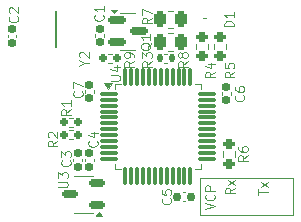
<source format=gbr>
%TF.GenerationSoftware,KiCad,Pcbnew,8.0.7*%
%TF.CreationDate,2025-01-03T12:22:39+02:00*%
%TF.ProjectId,debugger,64656275-6767-4657-922e-6b696361645f,rev?*%
%TF.SameCoordinates,Original*%
%TF.FileFunction,Legend,Top*%
%TF.FilePolarity,Positive*%
%FSLAX46Y46*%
G04 Gerber Fmt 4.6, Leading zero omitted, Abs format (unit mm)*
G04 Created by KiCad (PCBNEW 8.0.7) date 2025-01-03 12:22:39*
%MOMM*%
%LPD*%
G01*
G04 APERTURE LIST*
G04 Aperture macros list*
%AMRoundRect*
0 Rectangle with rounded corners*
0 $1 Rounding radius*
0 $2 $3 $4 $5 $6 $7 $8 $9 X,Y pos of 4 corners*
0 Add a 4 corners polygon primitive as box body*
4,1,4,$2,$3,$4,$5,$6,$7,$8,$9,$2,$3,0*
0 Add four circle primitives for the rounded corners*
1,1,$1+$1,$2,$3*
1,1,$1+$1,$4,$5*
1,1,$1+$1,$6,$7*
1,1,$1+$1,$8,$9*
0 Add four rect primitives between the rounded corners*
20,1,$1+$1,$2,$3,$4,$5,0*
20,1,$1+$1,$4,$5,$6,$7,0*
20,1,$1+$1,$6,$7,$8,$9,0*
20,1,$1+$1,$8,$9,$2,$3,0*%
G04 Aperture macros list end*
%ADD10C,0.100000*%
%ADD11C,0.120000*%
%ADD12C,0.200000*%
%ADD13RoundRect,0.155000X-0.155000X0.212500X-0.155000X-0.212500X0.155000X-0.212500X0.155000X0.212500X0*%
%ADD14RoundRect,0.155000X0.155000X-0.212500X0.155000X0.212500X-0.155000X0.212500X-0.155000X-0.212500X0*%
%ADD15RoundRect,0.150000X0.512500X0.150000X-0.512500X0.150000X-0.512500X-0.150000X0.512500X-0.150000X0*%
%ADD16RoundRect,0.200000X-0.275000X0.200000X-0.275000X-0.200000X0.275000X-0.200000X0.275000X0.200000X0*%
%ADD17RoundRect,0.075000X-0.662500X-0.075000X0.662500X-0.075000X0.662500X0.075000X-0.662500X0.075000X0*%
%ADD18RoundRect,0.075000X-0.075000X-0.662500X0.075000X-0.662500X0.075000X0.662500X-0.075000X0.662500X0*%
%ADD19RoundRect,0.200000X0.275000X-0.200000X0.275000X0.200000X-0.275000X0.200000X-0.275000X-0.200000X0*%
%ADD20RoundRect,0.150000X-0.587500X-0.150000X0.587500X-0.150000X0.587500X0.150000X-0.587500X0.150000X0*%
%ADD21RoundRect,0.160000X-0.197500X-0.160000X0.197500X-0.160000X0.197500X0.160000X-0.197500X0.160000X0*%
%ADD22RoundRect,0.160000X0.197500X0.160000X-0.197500X0.160000X-0.197500X-0.160000X0.197500X-0.160000X0*%
%ADD23R,0.450000X0.650000*%
%ADD24RoundRect,0.250000X-0.262500X-0.450000X0.262500X-0.450000X0.262500X0.450000X-0.262500X0.450000X0*%
%ADD25RoundRect,0.135000X-0.135000X-0.185000X0.135000X-0.185000X0.135000X0.185000X-0.135000X0.185000X0*%
%ADD26RoundRect,0.155000X0.212500X0.155000X-0.212500X0.155000X-0.212500X-0.155000X0.212500X-0.155000X0*%
%ADD27RoundRect,0.250000X0.262500X0.450000X-0.262500X0.450000X-0.262500X-0.450000X0.262500X-0.450000X0*%
%ADD28R,2.250000X3.400000*%
%ADD29O,1.700000X1.700000*%
%ADD30R,1.700000X1.700000*%
%ADD31C,1.200000*%
G04 APERTURE END LIST*
D10*
X153797000Y-114782000D02*
X161697000Y-114782000D01*
X161697000Y-117882000D01*
X153797000Y-117882000D01*
X153797000Y-114782000D01*
X156741895Y-115618591D02*
X156360942Y-115885258D01*
X156741895Y-116075734D02*
X155941895Y-116075734D01*
X155941895Y-116075734D02*
X155941895Y-115770972D01*
X155941895Y-115770972D02*
X155979990Y-115694782D01*
X155979990Y-115694782D02*
X156018085Y-115656687D01*
X156018085Y-115656687D02*
X156094276Y-115618591D01*
X156094276Y-115618591D02*
X156208561Y-115618591D01*
X156208561Y-115618591D02*
X156284752Y-115656687D01*
X156284752Y-115656687D02*
X156322847Y-115694782D01*
X156322847Y-115694782D02*
X156360942Y-115770972D01*
X156360942Y-115770972D02*
X156360942Y-116075734D01*
X156741895Y-115351925D02*
X156208561Y-114932877D01*
X156208561Y-115351925D02*
X156741895Y-114932877D01*
X154260895Y-117434020D02*
X155060895Y-117167353D01*
X155060895Y-117167353D02*
X154260895Y-116900687D01*
X154984704Y-116176877D02*
X155022800Y-116214973D01*
X155022800Y-116214973D02*
X155060895Y-116329258D01*
X155060895Y-116329258D02*
X155060895Y-116405449D01*
X155060895Y-116405449D02*
X155022800Y-116519735D01*
X155022800Y-116519735D02*
X154946609Y-116595925D01*
X154946609Y-116595925D02*
X154870419Y-116634020D01*
X154870419Y-116634020D02*
X154718038Y-116672116D01*
X154718038Y-116672116D02*
X154603752Y-116672116D01*
X154603752Y-116672116D02*
X154451371Y-116634020D01*
X154451371Y-116634020D02*
X154375180Y-116595925D01*
X154375180Y-116595925D02*
X154298990Y-116519735D01*
X154298990Y-116519735D02*
X154260895Y-116405449D01*
X154260895Y-116405449D02*
X154260895Y-116329258D01*
X154260895Y-116329258D02*
X154298990Y-116214973D01*
X154298990Y-116214973D02*
X154337085Y-116176877D01*
X155060895Y-115834020D02*
X154260895Y-115834020D01*
X154260895Y-115834020D02*
X154260895Y-115529258D01*
X154260895Y-115529258D02*
X154298990Y-115453068D01*
X154298990Y-115453068D02*
X154337085Y-115414973D01*
X154337085Y-115414973D02*
X154413276Y-115376877D01*
X154413276Y-115376877D02*
X154527561Y-115376877D01*
X154527561Y-115376877D02*
X154603752Y-115414973D01*
X154603752Y-115414973D02*
X154641847Y-115453068D01*
X154641847Y-115453068D02*
X154679942Y-115529258D01*
X154679942Y-115529258D02*
X154679942Y-115834020D01*
X158735895Y-116190020D02*
X158735895Y-115732877D01*
X159535895Y-115961449D02*
X158735895Y-115961449D01*
X159535895Y-115542401D02*
X159002561Y-115123353D01*
X159002561Y-115542401D02*
X159535895Y-115123353D01*
X138337704Y-101098332D02*
X138375800Y-101136428D01*
X138375800Y-101136428D02*
X138413895Y-101250713D01*
X138413895Y-101250713D02*
X138413895Y-101326904D01*
X138413895Y-101326904D02*
X138375800Y-101441190D01*
X138375800Y-101441190D02*
X138299609Y-101517380D01*
X138299609Y-101517380D02*
X138223419Y-101555475D01*
X138223419Y-101555475D02*
X138071038Y-101593571D01*
X138071038Y-101593571D02*
X137956752Y-101593571D01*
X137956752Y-101593571D02*
X137804371Y-101555475D01*
X137804371Y-101555475D02*
X137728180Y-101517380D01*
X137728180Y-101517380D02*
X137651990Y-101441190D01*
X137651990Y-101441190D02*
X137613895Y-101326904D01*
X137613895Y-101326904D02*
X137613895Y-101250713D01*
X137613895Y-101250713D02*
X137651990Y-101136428D01*
X137651990Y-101136428D02*
X137690085Y-101098332D01*
X137690085Y-100793571D02*
X137651990Y-100755475D01*
X137651990Y-100755475D02*
X137613895Y-100679285D01*
X137613895Y-100679285D02*
X137613895Y-100488809D01*
X137613895Y-100488809D02*
X137651990Y-100412618D01*
X137651990Y-100412618D02*
X137690085Y-100374523D01*
X137690085Y-100374523D02*
X137766276Y-100336428D01*
X137766276Y-100336428D02*
X137842466Y-100336428D01*
X137842466Y-100336428D02*
X137956752Y-100374523D01*
X137956752Y-100374523D02*
X138413895Y-100831666D01*
X138413895Y-100831666D02*
X138413895Y-100336428D01*
X142782704Y-113290332D02*
X142820800Y-113328428D01*
X142820800Y-113328428D02*
X142858895Y-113442713D01*
X142858895Y-113442713D02*
X142858895Y-113518904D01*
X142858895Y-113518904D02*
X142820800Y-113633190D01*
X142820800Y-113633190D02*
X142744609Y-113709380D01*
X142744609Y-113709380D02*
X142668419Y-113747475D01*
X142668419Y-113747475D02*
X142516038Y-113785571D01*
X142516038Y-113785571D02*
X142401752Y-113785571D01*
X142401752Y-113785571D02*
X142249371Y-113747475D01*
X142249371Y-113747475D02*
X142173180Y-113709380D01*
X142173180Y-113709380D02*
X142096990Y-113633190D01*
X142096990Y-113633190D02*
X142058895Y-113518904D01*
X142058895Y-113518904D02*
X142058895Y-113442713D01*
X142058895Y-113442713D02*
X142096990Y-113328428D01*
X142096990Y-113328428D02*
X142135085Y-113290332D01*
X142058895Y-113023666D02*
X142058895Y-112528428D01*
X142058895Y-112528428D02*
X142363657Y-112795094D01*
X142363657Y-112795094D02*
X142363657Y-112680809D01*
X142363657Y-112680809D02*
X142401752Y-112604618D01*
X142401752Y-112604618D02*
X142439847Y-112566523D01*
X142439847Y-112566523D02*
X142516038Y-112528428D01*
X142516038Y-112528428D02*
X142706514Y-112528428D01*
X142706514Y-112528428D02*
X142782704Y-112566523D01*
X142782704Y-112566523D02*
X142820800Y-112604618D01*
X142820800Y-112604618D02*
X142858895Y-112680809D01*
X142858895Y-112680809D02*
X142858895Y-112909380D01*
X142858895Y-112909380D02*
X142820800Y-112985571D01*
X142820800Y-112985571D02*
X142782704Y-113023666D01*
X141804895Y-115544523D02*
X142452514Y-115544523D01*
X142452514Y-115544523D02*
X142528704Y-115506428D01*
X142528704Y-115506428D02*
X142566800Y-115468333D01*
X142566800Y-115468333D02*
X142604895Y-115392142D01*
X142604895Y-115392142D02*
X142604895Y-115239761D01*
X142604895Y-115239761D02*
X142566800Y-115163571D01*
X142566800Y-115163571D02*
X142528704Y-115125476D01*
X142528704Y-115125476D02*
X142452514Y-115087380D01*
X142452514Y-115087380D02*
X141804895Y-115087380D01*
X141804895Y-114782619D02*
X141804895Y-114287381D01*
X141804895Y-114287381D02*
X142109657Y-114554047D01*
X142109657Y-114554047D02*
X142109657Y-114439762D01*
X142109657Y-114439762D02*
X142147752Y-114363571D01*
X142147752Y-114363571D02*
X142185847Y-114325476D01*
X142185847Y-114325476D02*
X142262038Y-114287381D01*
X142262038Y-114287381D02*
X142452514Y-114287381D01*
X142452514Y-114287381D02*
X142528704Y-114325476D01*
X142528704Y-114325476D02*
X142566800Y-114363571D01*
X142566800Y-114363571D02*
X142604895Y-114439762D01*
X142604895Y-114439762D02*
X142604895Y-114668333D01*
X142604895Y-114668333D02*
X142566800Y-114744524D01*
X142566800Y-114744524D02*
X142528704Y-114782619D01*
X155050895Y-105797332D02*
X154669942Y-106063999D01*
X155050895Y-106254475D02*
X154250895Y-106254475D01*
X154250895Y-106254475D02*
X154250895Y-105949713D01*
X154250895Y-105949713D02*
X154288990Y-105873523D01*
X154288990Y-105873523D02*
X154327085Y-105835428D01*
X154327085Y-105835428D02*
X154403276Y-105797332D01*
X154403276Y-105797332D02*
X154517561Y-105797332D01*
X154517561Y-105797332D02*
X154593752Y-105835428D01*
X154593752Y-105835428D02*
X154631847Y-105873523D01*
X154631847Y-105873523D02*
X154669942Y-105949713D01*
X154669942Y-105949713D02*
X154669942Y-106254475D01*
X154517561Y-105111618D02*
X155050895Y-105111618D01*
X154212800Y-105302094D02*
X154784228Y-105492571D01*
X154784228Y-105492571D02*
X154784228Y-104997332D01*
X146249895Y-106527523D02*
X146897514Y-106527523D01*
X146897514Y-106527523D02*
X146973704Y-106489428D01*
X146973704Y-106489428D02*
X147011800Y-106451333D01*
X147011800Y-106451333D02*
X147049895Y-106375142D01*
X147049895Y-106375142D02*
X147049895Y-106222761D01*
X147049895Y-106222761D02*
X147011800Y-106146571D01*
X147011800Y-106146571D02*
X146973704Y-106108476D01*
X146973704Y-106108476D02*
X146897514Y-106070380D01*
X146897514Y-106070380D02*
X146249895Y-106070380D01*
X146516561Y-105346571D02*
X147049895Y-105346571D01*
X146211800Y-105537047D02*
X146783228Y-105727524D01*
X146783228Y-105727524D02*
X146783228Y-105232285D01*
X143798704Y-107448332D02*
X143836800Y-107486428D01*
X143836800Y-107486428D02*
X143874895Y-107600713D01*
X143874895Y-107600713D02*
X143874895Y-107676904D01*
X143874895Y-107676904D02*
X143836800Y-107791190D01*
X143836800Y-107791190D02*
X143760609Y-107867380D01*
X143760609Y-107867380D02*
X143684419Y-107905475D01*
X143684419Y-107905475D02*
X143532038Y-107943571D01*
X143532038Y-107943571D02*
X143417752Y-107943571D01*
X143417752Y-107943571D02*
X143265371Y-107905475D01*
X143265371Y-107905475D02*
X143189180Y-107867380D01*
X143189180Y-107867380D02*
X143112990Y-107791190D01*
X143112990Y-107791190D02*
X143074895Y-107676904D01*
X143074895Y-107676904D02*
X143074895Y-107600713D01*
X143074895Y-107600713D02*
X143112990Y-107486428D01*
X143112990Y-107486428D02*
X143151085Y-107448332D01*
X143074895Y-107181666D02*
X143074895Y-106648332D01*
X143074895Y-106648332D02*
X143874895Y-106991190D01*
X157498704Y-107765832D02*
X157536800Y-107803928D01*
X157536800Y-107803928D02*
X157574895Y-107918213D01*
X157574895Y-107918213D02*
X157574895Y-107994404D01*
X157574895Y-107994404D02*
X157536800Y-108108690D01*
X157536800Y-108108690D02*
X157460609Y-108184880D01*
X157460609Y-108184880D02*
X157384419Y-108222975D01*
X157384419Y-108222975D02*
X157232038Y-108261071D01*
X157232038Y-108261071D02*
X157117752Y-108261071D01*
X157117752Y-108261071D02*
X156965371Y-108222975D01*
X156965371Y-108222975D02*
X156889180Y-108184880D01*
X156889180Y-108184880D02*
X156812990Y-108108690D01*
X156812990Y-108108690D02*
X156774895Y-107994404D01*
X156774895Y-107994404D02*
X156774895Y-107918213D01*
X156774895Y-107918213D02*
X156812990Y-107803928D01*
X156812990Y-107803928D02*
X156851085Y-107765832D01*
X156774895Y-107080118D02*
X156774895Y-107232499D01*
X156774895Y-107232499D02*
X156812990Y-107308690D01*
X156812990Y-107308690D02*
X156851085Y-107346785D01*
X156851085Y-107346785D02*
X156965371Y-107422975D01*
X156965371Y-107422975D02*
X157117752Y-107461071D01*
X157117752Y-107461071D02*
X157422514Y-107461071D01*
X157422514Y-107461071D02*
X157498704Y-107422975D01*
X157498704Y-107422975D02*
X157536800Y-107384880D01*
X157536800Y-107384880D02*
X157574895Y-107308690D01*
X157574895Y-107308690D02*
X157574895Y-107156309D01*
X157574895Y-107156309D02*
X157536800Y-107080118D01*
X157536800Y-107080118D02*
X157498704Y-107042023D01*
X157498704Y-107042023D02*
X157422514Y-107003928D01*
X157422514Y-107003928D02*
X157232038Y-107003928D01*
X157232038Y-107003928D02*
X157155847Y-107042023D01*
X157155847Y-107042023D02*
X157117752Y-107080118D01*
X157117752Y-107080118D02*
X157079657Y-107156309D01*
X157079657Y-107156309D02*
X157079657Y-107308690D01*
X157079657Y-107308690D02*
X157117752Y-107384880D01*
X157117752Y-107384880D02*
X157155847Y-107422975D01*
X157155847Y-107422975D02*
X157232038Y-107461071D01*
X156701895Y-105797332D02*
X156320942Y-106063999D01*
X156701895Y-106254475D02*
X155901895Y-106254475D01*
X155901895Y-106254475D02*
X155901895Y-105949713D01*
X155901895Y-105949713D02*
X155939990Y-105873523D01*
X155939990Y-105873523D02*
X155978085Y-105835428D01*
X155978085Y-105835428D02*
X156054276Y-105797332D01*
X156054276Y-105797332D02*
X156168561Y-105797332D01*
X156168561Y-105797332D02*
X156244752Y-105835428D01*
X156244752Y-105835428D02*
X156282847Y-105873523D01*
X156282847Y-105873523D02*
X156320942Y-105949713D01*
X156320942Y-105949713D02*
X156320942Y-106254475D01*
X155901895Y-105073523D02*
X155901895Y-105454475D01*
X155901895Y-105454475D02*
X156282847Y-105492571D01*
X156282847Y-105492571D02*
X156244752Y-105454475D01*
X156244752Y-105454475D02*
X156206657Y-105378285D01*
X156206657Y-105378285D02*
X156206657Y-105187809D01*
X156206657Y-105187809D02*
X156244752Y-105111618D01*
X156244752Y-105111618D02*
X156282847Y-105073523D01*
X156282847Y-105073523D02*
X156359038Y-105035428D01*
X156359038Y-105035428D02*
X156549514Y-105035428D01*
X156549514Y-105035428D02*
X156625704Y-105073523D01*
X156625704Y-105073523D02*
X156663800Y-105111618D01*
X156663800Y-105111618D02*
X156701895Y-105187809D01*
X156701895Y-105187809D02*
X156701895Y-105378285D01*
X156701895Y-105378285D02*
X156663800Y-105454475D01*
X156663800Y-105454475D02*
X156625704Y-105492571D01*
X149666085Y-103327190D02*
X149627990Y-103403380D01*
X149627990Y-103403380D02*
X149551800Y-103479571D01*
X149551800Y-103479571D02*
X149437514Y-103593857D01*
X149437514Y-103593857D02*
X149399419Y-103670047D01*
X149399419Y-103670047D02*
X149399419Y-103746238D01*
X149589895Y-103708142D02*
X149551800Y-103784333D01*
X149551800Y-103784333D02*
X149475609Y-103860523D01*
X149475609Y-103860523D02*
X149323228Y-103898619D01*
X149323228Y-103898619D02*
X149056561Y-103898619D01*
X149056561Y-103898619D02*
X148904180Y-103860523D01*
X148904180Y-103860523D02*
X148827990Y-103784333D01*
X148827990Y-103784333D02*
X148789895Y-103708142D01*
X148789895Y-103708142D02*
X148789895Y-103555761D01*
X148789895Y-103555761D02*
X148827990Y-103479571D01*
X148827990Y-103479571D02*
X148904180Y-103403380D01*
X148904180Y-103403380D02*
X149056561Y-103365285D01*
X149056561Y-103365285D02*
X149323228Y-103365285D01*
X149323228Y-103365285D02*
X149475609Y-103403380D01*
X149475609Y-103403380D02*
X149551800Y-103479571D01*
X149551800Y-103479571D02*
X149589895Y-103555761D01*
X149589895Y-103555761D02*
X149589895Y-103708142D01*
X149589895Y-102603381D02*
X149589895Y-103060524D01*
X149589895Y-102831952D02*
X148789895Y-102831952D01*
X148789895Y-102831952D02*
X148904180Y-102908143D01*
X148904180Y-102908143D02*
X148980371Y-102984333D01*
X148980371Y-102984333D02*
X149018466Y-103060524D01*
X142858895Y-108972332D02*
X142477942Y-109238999D01*
X142858895Y-109429475D02*
X142058895Y-109429475D01*
X142058895Y-109429475D02*
X142058895Y-109124713D01*
X142058895Y-109124713D02*
X142096990Y-109048523D01*
X142096990Y-109048523D02*
X142135085Y-109010428D01*
X142135085Y-109010428D02*
X142211276Y-108972332D01*
X142211276Y-108972332D02*
X142325561Y-108972332D01*
X142325561Y-108972332D02*
X142401752Y-109010428D01*
X142401752Y-109010428D02*
X142439847Y-109048523D01*
X142439847Y-109048523D02*
X142477942Y-109124713D01*
X142477942Y-109124713D02*
X142477942Y-109429475D01*
X142858895Y-108210428D02*
X142858895Y-108667571D01*
X142858895Y-108438999D02*
X142058895Y-108438999D01*
X142058895Y-108438999D02*
X142173180Y-108515190D01*
X142173180Y-108515190D02*
X142249371Y-108591380D01*
X142249371Y-108591380D02*
X142287466Y-108667571D01*
X148192895Y-104883332D02*
X147811942Y-105149999D01*
X148192895Y-105340475D02*
X147392895Y-105340475D01*
X147392895Y-105340475D02*
X147392895Y-105035713D01*
X147392895Y-105035713D02*
X147430990Y-104959523D01*
X147430990Y-104959523D02*
X147469085Y-104921428D01*
X147469085Y-104921428D02*
X147545276Y-104883332D01*
X147545276Y-104883332D02*
X147659561Y-104883332D01*
X147659561Y-104883332D02*
X147735752Y-104921428D01*
X147735752Y-104921428D02*
X147773847Y-104959523D01*
X147773847Y-104959523D02*
X147811942Y-105035713D01*
X147811942Y-105035713D02*
X147811942Y-105340475D01*
X148192895Y-104502380D02*
X148192895Y-104349999D01*
X148192895Y-104349999D02*
X148154800Y-104273809D01*
X148154800Y-104273809D02*
X148116704Y-104235713D01*
X148116704Y-104235713D02*
X148002419Y-104159523D01*
X148002419Y-104159523D02*
X147850038Y-104121428D01*
X147850038Y-104121428D02*
X147545276Y-104121428D01*
X147545276Y-104121428D02*
X147469085Y-104159523D01*
X147469085Y-104159523D02*
X147430990Y-104197618D01*
X147430990Y-104197618D02*
X147392895Y-104273809D01*
X147392895Y-104273809D02*
X147392895Y-104426190D01*
X147392895Y-104426190D02*
X147430990Y-104502380D01*
X147430990Y-104502380D02*
X147469085Y-104540475D01*
X147469085Y-104540475D02*
X147545276Y-104578571D01*
X147545276Y-104578571D02*
X147735752Y-104578571D01*
X147735752Y-104578571D02*
X147811942Y-104540475D01*
X147811942Y-104540475D02*
X147850038Y-104502380D01*
X147850038Y-104502380D02*
X147888133Y-104426190D01*
X147888133Y-104426190D02*
X147888133Y-104273809D01*
X147888133Y-104273809D02*
X147850038Y-104197618D01*
X147850038Y-104197618D02*
X147811942Y-104159523D01*
X147811942Y-104159523D02*
X147735752Y-104121428D01*
X145576704Y-100971332D02*
X145614800Y-101009428D01*
X145614800Y-101009428D02*
X145652895Y-101123713D01*
X145652895Y-101123713D02*
X145652895Y-101199904D01*
X145652895Y-101199904D02*
X145614800Y-101314190D01*
X145614800Y-101314190D02*
X145538609Y-101390380D01*
X145538609Y-101390380D02*
X145462419Y-101428475D01*
X145462419Y-101428475D02*
X145310038Y-101466571D01*
X145310038Y-101466571D02*
X145195752Y-101466571D01*
X145195752Y-101466571D02*
X145043371Y-101428475D01*
X145043371Y-101428475D02*
X144967180Y-101390380D01*
X144967180Y-101390380D02*
X144890990Y-101314190D01*
X144890990Y-101314190D02*
X144852895Y-101199904D01*
X144852895Y-101199904D02*
X144852895Y-101123713D01*
X144852895Y-101123713D02*
X144890990Y-101009428D01*
X144890990Y-101009428D02*
X144929085Y-100971332D01*
X145652895Y-100209428D02*
X145652895Y-100666571D01*
X145652895Y-100437999D02*
X144852895Y-100437999D01*
X144852895Y-100437999D02*
X144967180Y-100514190D01*
X144967180Y-100514190D02*
X145043371Y-100590380D01*
X145043371Y-100590380D02*
X145081466Y-100666571D01*
X145068704Y-111639332D02*
X145106800Y-111677428D01*
X145106800Y-111677428D02*
X145144895Y-111791713D01*
X145144895Y-111791713D02*
X145144895Y-111867904D01*
X145144895Y-111867904D02*
X145106800Y-111982190D01*
X145106800Y-111982190D02*
X145030609Y-112058380D01*
X145030609Y-112058380D02*
X144954419Y-112096475D01*
X144954419Y-112096475D02*
X144802038Y-112134571D01*
X144802038Y-112134571D02*
X144687752Y-112134571D01*
X144687752Y-112134571D02*
X144535371Y-112096475D01*
X144535371Y-112096475D02*
X144459180Y-112058380D01*
X144459180Y-112058380D02*
X144382990Y-111982190D01*
X144382990Y-111982190D02*
X144344895Y-111867904D01*
X144344895Y-111867904D02*
X144344895Y-111791713D01*
X144344895Y-111791713D02*
X144382990Y-111677428D01*
X144382990Y-111677428D02*
X144421085Y-111639332D01*
X144611561Y-110953618D02*
X145144895Y-110953618D01*
X144306800Y-111144094D02*
X144878228Y-111334571D01*
X144878228Y-111334571D02*
X144878228Y-110839332D01*
X156664895Y-101940475D02*
X155864895Y-101940475D01*
X155864895Y-101940475D02*
X155864895Y-101749999D01*
X155864895Y-101749999D02*
X155902990Y-101635713D01*
X155902990Y-101635713D02*
X155979180Y-101559523D01*
X155979180Y-101559523D02*
X156055371Y-101521428D01*
X156055371Y-101521428D02*
X156207752Y-101483332D01*
X156207752Y-101483332D02*
X156322038Y-101483332D01*
X156322038Y-101483332D02*
X156474419Y-101521428D01*
X156474419Y-101521428D02*
X156550609Y-101559523D01*
X156550609Y-101559523D02*
X156626800Y-101635713D01*
X156626800Y-101635713D02*
X156664895Y-101749999D01*
X156664895Y-101749999D02*
X156664895Y-101940475D01*
X156664895Y-100721428D02*
X156664895Y-101178571D01*
X156664895Y-100949999D02*
X155864895Y-100949999D01*
X155864895Y-100949999D02*
X155979180Y-101026190D01*
X155979180Y-101026190D02*
X156055371Y-101102380D01*
X156055371Y-101102380D02*
X156093466Y-101178571D01*
X149716895Y-101225332D02*
X149335942Y-101491999D01*
X149716895Y-101682475D02*
X148916895Y-101682475D01*
X148916895Y-101682475D02*
X148916895Y-101377713D01*
X148916895Y-101377713D02*
X148954990Y-101301523D01*
X148954990Y-101301523D02*
X148993085Y-101263428D01*
X148993085Y-101263428D02*
X149069276Y-101225332D01*
X149069276Y-101225332D02*
X149183561Y-101225332D01*
X149183561Y-101225332D02*
X149259752Y-101263428D01*
X149259752Y-101263428D02*
X149297847Y-101301523D01*
X149297847Y-101301523D02*
X149335942Y-101377713D01*
X149335942Y-101377713D02*
X149335942Y-101682475D01*
X148916895Y-100958666D02*
X148916895Y-100425332D01*
X148916895Y-100425332D02*
X149716895Y-100768190D01*
X149716895Y-104908332D02*
X149335942Y-105174999D01*
X149716895Y-105365475D02*
X148916895Y-105365475D01*
X148916895Y-105365475D02*
X148916895Y-105060713D01*
X148916895Y-105060713D02*
X148954990Y-104984523D01*
X148954990Y-104984523D02*
X148993085Y-104946428D01*
X148993085Y-104946428D02*
X149069276Y-104908332D01*
X149069276Y-104908332D02*
X149183561Y-104908332D01*
X149183561Y-104908332D02*
X149259752Y-104946428D01*
X149259752Y-104946428D02*
X149297847Y-104984523D01*
X149297847Y-104984523D02*
X149335942Y-105060713D01*
X149335942Y-105060713D02*
X149335942Y-105365475D01*
X148916895Y-104641666D02*
X148916895Y-104146428D01*
X148916895Y-104146428D02*
X149221657Y-104413094D01*
X149221657Y-104413094D02*
X149221657Y-104298809D01*
X149221657Y-104298809D02*
X149259752Y-104222618D01*
X149259752Y-104222618D02*
X149297847Y-104184523D01*
X149297847Y-104184523D02*
X149374038Y-104146428D01*
X149374038Y-104146428D02*
X149564514Y-104146428D01*
X149564514Y-104146428D02*
X149640704Y-104184523D01*
X149640704Y-104184523D02*
X149678800Y-104222618D01*
X149678800Y-104222618D02*
X149716895Y-104298809D01*
X149716895Y-104298809D02*
X149716895Y-104527380D01*
X149716895Y-104527380D02*
X149678800Y-104603571D01*
X149678800Y-104603571D02*
X149640704Y-104641666D01*
X157844895Y-112858332D02*
X157463942Y-113124999D01*
X157844895Y-113315475D02*
X157044895Y-113315475D01*
X157044895Y-113315475D02*
X157044895Y-113010713D01*
X157044895Y-113010713D02*
X157082990Y-112934523D01*
X157082990Y-112934523D02*
X157121085Y-112896428D01*
X157121085Y-112896428D02*
X157197276Y-112858332D01*
X157197276Y-112858332D02*
X157311561Y-112858332D01*
X157311561Y-112858332D02*
X157387752Y-112896428D01*
X157387752Y-112896428D02*
X157425847Y-112934523D01*
X157425847Y-112934523D02*
X157463942Y-113010713D01*
X157463942Y-113010713D02*
X157463942Y-113315475D01*
X157044895Y-112172618D02*
X157044895Y-112324999D01*
X157044895Y-112324999D02*
X157082990Y-112401190D01*
X157082990Y-112401190D02*
X157121085Y-112439285D01*
X157121085Y-112439285D02*
X157235371Y-112515475D01*
X157235371Y-112515475D02*
X157387752Y-112553571D01*
X157387752Y-112553571D02*
X157692514Y-112553571D01*
X157692514Y-112553571D02*
X157768704Y-112515475D01*
X157768704Y-112515475D02*
X157806800Y-112477380D01*
X157806800Y-112477380D02*
X157844895Y-112401190D01*
X157844895Y-112401190D02*
X157844895Y-112248809D01*
X157844895Y-112248809D02*
X157806800Y-112172618D01*
X157806800Y-112172618D02*
X157768704Y-112134523D01*
X157768704Y-112134523D02*
X157692514Y-112096428D01*
X157692514Y-112096428D02*
X157502038Y-112096428D01*
X157502038Y-112096428D02*
X157425847Y-112134523D01*
X157425847Y-112134523D02*
X157387752Y-112172618D01*
X157387752Y-112172618D02*
X157349657Y-112248809D01*
X157349657Y-112248809D02*
X157349657Y-112401190D01*
X157349657Y-112401190D02*
X157387752Y-112477380D01*
X157387752Y-112477380D02*
X157425847Y-112515475D01*
X157425847Y-112515475D02*
X157502038Y-112553571D01*
X141715895Y-111639332D02*
X141334942Y-111905999D01*
X141715895Y-112096475D02*
X140915895Y-112096475D01*
X140915895Y-112096475D02*
X140915895Y-111791713D01*
X140915895Y-111791713D02*
X140953990Y-111715523D01*
X140953990Y-111715523D02*
X140992085Y-111677428D01*
X140992085Y-111677428D02*
X141068276Y-111639332D01*
X141068276Y-111639332D02*
X141182561Y-111639332D01*
X141182561Y-111639332D02*
X141258752Y-111677428D01*
X141258752Y-111677428D02*
X141296847Y-111715523D01*
X141296847Y-111715523D02*
X141334942Y-111791713D01*
X141334942Y-111791713D02*
X141334942Y-112096475D01*
X140992085Y-111334571D02*
X140953990Y-111296475D01*
X140953990Y-111296475D02*
X140915895Y-111220285D01*
X140915895Y-111220285D02*
X140915895Y-111029809D01*
X140915895Y-111029809D02*
X140953990Y-110953618D01*
X140953990Y-110953618D02*
X140992085Y-110915523D01*
X140992085Y-110915523D02*
X141068276Y-110877428D01*
X141068276Y-110877428D02*
X141144466Y-110877428D01*
X141144466Y-110877428D02*
X141258752Y-110915523D01*
X141258752Y-110915523D02*
X141715895Y-111372666D01*
X141715895Y-111372666D02*
X141715895Y-110877428D01*
X151291704Y-116483332D02*
X151329800Y-116521428D01*
X151329800Y-116521428D02*
X151367895Y-116635713D01*
X151367895Y-116635713D02*
X151367895Y-116711904D01*
X151367895Y-116711904D02*
X151329800Y-116826190D01*
X151329800Y-116826190D02*
X151253609Y-116902380D01*
X151253609Y-116902380D02*
X151177419Y-116940475D01*
X151177419Y-116940475D02*
X151025038Y-116978571D01*
X151025038Y-116978571D02*
X150910752Y-116978571D01*
X150910752Y-116978571D02*
X150758371Y-116940475D01*
X150758371Y-116940475D02*
X150682180Y-116902380D01*
X150682180Y-116902380D02*
X150605990Y-116826190D01*
X150605990Y-116826190D02*
X150567895Y-116711904D01*
X150567895Y-116711904D02*
X150567895Y-116635713D01*
X150567895Y-116635713D02*
X150605990Y-116521428D01*
X150605990Y-116521428D02*
X150644085Y-116483332D01*
X150567895Y-115759523D02*
X150567895Y-116140475D01*
X150567895Y-116140475D02*
X150948847Y-116178571D01*
X150948847Y-116178571D02*
X150910752Y-116140475D01*
X150910752Y-116140475D02*
X150872657Y-116064285D01*
X150872657Y-116064285D02*
X150872657Y-115873809D01*
X150872657Y-115873809D02*
X150910752Y-115797618D01*
X150910752Y-115797618D02*
X150948847Y-115759523D01*
X150948847Y-115759523D02*
X151025038Y-115721428D01*
X151025038Y-115721428D02*
X151215514Y-115721428D01*
X151215514Y-115721428D02*
X151291704Y-115759523D01*
X151291704Y-115759523D02*
X151329800Y-115797618D01*
X151329800Y-115797618D02*
X151367895Y-115873809D01*
X151367895Y-115873809D02*
X151367895Y-116064285D01*
X151367895Y-116064285D02*
X151329800Y-116140475D01*
X151329800Y-116140475D02*
X151291704Y-116178571D01*
X152764895Y-104908332D02*
X152383942Y-105174999D01*
X152764895Y-105365475D02*
X151964895Y-105365475D01*
X151964895Y-105365475D02*
X151964895Y-105060713D01*
X151964895Y-105060713D02*
X152002990Y-104984523D01*
X152002990Y-104984523D02*
X152041085Y-104946428D01*
X152041085Y-104946428D02*
X152117276Y-104908332D01*
X152117276Y-104908332D02*
X152231561Y-104908332D01*
X152231561Y-104908332D02*
X152307752Y-104946428D01*
X152307752Y-104946428D02*
X152345847Y-104984523D01*
X152345847Y-104984523D02*
X152383942Y-105060713D01*
X152383942Y-105060713D02*
X152383942Y-105365475D01*
X152307752Y-104451190D02*
X152269657Y-104527380D01*
X152269657Y-104527380D02*
X152231561Y-104565475D01*
X152231561Y-104565475D02*
X152155371Y-104603571D01*
X152155371Y-104603571D02*
X152117276Y-104603571D01*
X152117276Y-104603571D02*
X152041085Y-104565475D01*
X152041085Y-104565475D02*
X152002990Y-104527380D01*
X152002990Y-104527380D02*
X151964895Y-104451190D01*
X151964895Y-104451190D02*
X151964895Y-104298809D01*
X151964895Y-104298809D02*
X152002990Y-104222618D01*
X152002990Y-104222618D02*
X152041085Y-104184523D01*
X152041085Y-104184523D02*
X152117276Y-104146428D01*
X152117276Y-104146428D02*
X152155371Y-104146428D01*
X152155371Y-104146428D02*
X152231561Y-104184523D01*
X152231561Y-104184523D02*
X152269657Y-104222618D01*
X152269657Y-104222618D02*
X152307752Y-104298809D01*
X152307752Y-104298809D02*
X152307752Y-104451190D01*
X152307752Y-104451190D02*
X152345847Y-104527380D01*
X152345847Y-104527380D02*
X152383942Y-104565475D01*
X152383942Y-104565475D02*
X152460133Y-104603571D01*
X152460133Y-104603571D02*
X152612514Y-104603571D01*
X152612514Y-104603571D02*
X152688704Y-104565475D01*
X152688704Y-104565475D02*
X152726800Y-104527380D01*
X152726800Y-104527380D02*
X152764895Y-104451190D01*
X152764895Y-104451190D02*
X152764895Y-104298809D01*
X152764895Y-104298809D02*
X152726800Y-104222618D01*
X152726800Y-104222618D02*
X152688704Y-104184523D01*
X152688704Y-104184523D02*
X152612514Y-104146428D01*
X152612514Y-104146428D02*
X152460133Y-104146428D01*
X152460133Y-104146428D02*
X152383942Y-104184523D01*
X152383942Y-104184523D02*
X152345847Y-104222618D01*
X152345847Y-104222618D02*
X152307752Y-104298809D01*
X144001942Y-105028951D02*
X144382895Y-105028951D01*
X143582895Y-105295618D02*
X144001942Y-105028951D01*
X144001942Y-105028951D02*
X143582895Y-104762285D01*
X143659085Y-104533714D02*
X143620990Y-104495618D01*
X143620990Y-104495618D02*
X143582895Y-104419428D01*
X143582895Y-104419428D02*
X143582895Y-104228952D01*
X143582895Y-104228952D02*
X143620990Y-104152761D01*
X143620990Y-104152761D02*
X143659085Y-104114666D01*
X143659085Y-104114666D02*
X143735276Y-104076571D01*
X143735276Y-104076571D02*
X143811466Y-104076571D01*
X143811466Y-104076571D02*
X143925752Y-104114666D01*
X143925752Y-104114666D02*
X144382895Y-104571809D01*
X144382895Y-104571809D02*
X144382895Y-104076571D01*
D11*
%TO.C,C2*%
X137549740Y-102625178D02*
X137549740Y-102856848D01*
X138269740Y-102625178D02*
X138269740Y-102856848D01*
%TO.C,C3*%
X143090000Y-113365835D02*
X143090000Y-113134165D01*
X143810000Y-113365835D02*
X143810000Y-113134165D01*
%TO.C,U3*%
X143937500Y-114590000D02*
X143137500Y-114590000D01*
X143937500Y-114590000D02*
X144737500Y-114590000D01*
X143937500Y-117710000D02*
X143137500Y-117710000D01*
X143937500Y-117710000D02*
X144737500Y-117710000D01*
X145477500Y-117990000D02*
X144997500Y-117990000D01*
X145237500Y-117660000D01*
X145477500Y-117990000D01*
G36*
X145477500Y-117990000D02*
G01*
X144997500Y-117990000D01*
X145237500Y-117660000D01*
X145477500Y-117990000D01*
G37*
%TO.C,R4*%
X153477500Y-103412742D02*
X153477500Y-103887258D01*
X154522500Y-103412742D02*
X154522500Y-103887258D01*
%TO.C,U4*%
X146640000Y-106790000D02*
X146640000Y-107240000D01*
X146640000Y-114010000D02*
X146640000Y-113560000D01*
X147090000Y-106790000D02*
X146640000Y-106790000D01*
X147090000Y-114010000D02*
X146640000Y-114010000D01*
X153410000Y-106790000D02*
X153860000Y-106790000D01*
X153410000Y-114010000D02*
X153860000Y-114010000D01*
X153860000Y-106790000D02*
X153860000Y-107240000D01*
X153860000Y-114010000D02*
X153860000Y-113560000D01*
X146050000Y-107240000D02*
X145710000Y-106770000D01*
X146390000Y-106770000D01*
X146050000Y-107240000D01*
G36*
X146050000Y-107240000D02*
G01*
X145710000Y-106770000D01*
X146390000Y-106770000D01*
X146050000Y-107240000D01*
G37*
%TO.C,C7*%
X144090000Y-107316665D02*
X144090000Y-107548335D01*
X144810000Y-107316665D02*
X144810000Y-107548335D01*
%TO.C,C6*%
X155690000Y-107516665D02*
X155690000Y-107748335D01*
X156410000Y-107516665D02*
X156410000Y-107748335D01*
%TO.C,R5*%
X154977500Y-103887258D02*
X154977500Y-103412742D01*
X156022500Y-103887258D02*
X156022500Y-103412742D01*
%TO.C,Q1*%
X147700000Y-100790000D02*
X147050000Y-100790000D01*
X147700000Y-100790000D02*
X148350000Y-100790000D01*
X147700000Y-103910000D02*
X147050000Y-103910000D01*
X147700000Y-103910000D02*
X148350000Y-103910000D01*
X146537500Y-100840000D02*
X146297500Y-100510000D01*
X146777500Y-100510000D01*
X146537500Y-100840000D01*
G36*
X146537500Y-100840000D02*
G01*
X146297500Y-100510000D01*
X146777500Y-100510000D01*
X146537500Y-100840000D01*
G37*
%TO.C,R1*%
X142734879Y-109670000D02*
X143070121Y-109670000D01*
X142734879Y-110430000D02*
X143070121Y-110430000D01*
%TO.C,R9*%
X146367621Y-104270000D02*
X146032379Y-104270000D01*
X146367621Y-105030000D02*
X146032379Y-105030000D01*
%TO.C,C1*%
X144949740Y-102595321D02*
X144949740Y-102826991D01*
X145669740Y-102595321D02*
X145669740Y-102826991D01*
%TO.C,C4*%
X144090000Y-113365835D02*
X144090000Y-113134165D01*
X144810000Y-113365835D02*
X144810000Y-113134165D01*
%TO.C,D1*%
X154300000Y-101250000D02*
X154100000Y-101250000D01*
%TO.C,R7*%
X151072936Y-100615000D02*
X151527064Y-100615000D01*
X151072936Y-102085000D02*
X151527064Y-102085000D01*
%TO.C,R3*%
X150746359Y-104270000D02*
X151053641Y-104270000D01*
X150746359Y-105030000D02*
X151053641Y-105030000D01*
%TO.C,R6*%
X155727500Y-112487742D02*
X155727500Y-112962258D01*
X156772500Y-112487742D02*
X156772500Y-112962258D01*
%TO.C,R2*%
X143070121Y-110720000D02*
X142734879Y-110720000D01*
X143070121Y-111480000D02*
X142734879Y-111480000D01*
%TO.C,C5*%
X152583335Y-115990000D02*
X152351665Y-115990000D01*
X152583335Y-116710000D02*
X152351665Y-116710000D01*
%TO.C,R8*%
X151527064Y-102515000D02*
X151072936Y-102515000D01*
X151527064Y-103985000D02*
X151072936Y-103985000D01*
D12*
%TO.C,Y2*%
X141609740Y-103661830D02*
X141609740Y-100661830D01*
%TD*%
%LPC*%
D13*
%TO.C,C2*%
X137909740Y-102173513D03*
X137909740Y-103308513D03*
%TD*%
D14*
%TO.C,C3*%
X143450000Y-113817500D03*
X143450000Y-112682500D03*
%TD*%
D15*
%TO.C,U3*%
X145075000Y-117100000D03*
X145075000Y-115200000D03*
X142800000Y-116150000D03*
%TD*%
D16*
%TO.C,R4*%
X154000000Y-102825000D03*
X154000000Y-104475000D03*
%TD*%
D17*
%TO.C,U4*%
X146087500Y-107650000D03*
X146087500Y-108150000D03*
X146087500Y-108650000D03*
X146087500Y-109150000D03*
X146087500Y-109650000D03*
X146087500Y-110150000D03*
X146087500Y-110650000D03*
X146087500Y-111150000D03*
X146087500Y-111650000D03*
X146087500Y-112150000D03*
X146087500Y-112650000D03*
X146087500Y-113150000D03*
D18*
X147500000Y-114562500D03*
X148000000Y-114562500D03*
X148500000Y-114562500D03*
X149000000Y-114562500D03*
X149500000Y-114562500D03*
X150000000Y-114562500D03*
X150500000Y-114562500D03*
X151000000Y-114562500D03*
X151500000Y-114562500D03*
X152000000Y-114562500D03*
X152500000Y-114562500D03*
X153000000Y-114562500D03*
D17*
X154412500Y-113150000D03*
X154412500Y-112650000D03*
X154412500Y-112150000D03*
X154412500Y-111650000D03*
X154412500Y-111150000D03*
X154412500Y-110650000D03*
X154412500Y-110150000D03*
X154412500Y-109650000D03*
X154412500Y-109150000D03*
X154412500Y-108650000D03*
X154412500Y-108150000D03*
X154412500Y-107650000D03*
D18*
X153000000Y-106237500D03*
X152500000Y-106237500D03*
X152000000Y-106237500D03*
X151500000Y-106237500D03*
X151000000Y-106237500D03*
X150500000Y-106237500D03*
X150000000Y-106237500D03*
X149500000Y-106237500D03*
X149000000Y-106237500D03*
X148500000Y-106237500D03*
X148000000Y-106237500D03*
X147500000Y-106237500D03*
%TD*%
D13*
%TO.C,C7*%
X144450000Y-106865000D03*
X144450000Y-108000000D03*
%TD*%
%TO.C,C6*%
X156050000Y-107065000D03*
X156050000Y-108200000D03*
%TD*%
D19*
%TO.C,R5*%
X155500000Y-104475000D03*
X155500000Y-102825000D03*
%TD*%
D20*
%TO.C,Q1*%
X146762500Y-101400000D03*
X146762500Y-103300000D03*
X148637500Y-102350000D03*
%TD*%
D21*
%TO.C,R1*%
X142305000Y-110050000D03*
X143500000Y-110050000D03*
%TD*%
D22*
%TO.C,R9*%
X146797500Y-104650000D03*
X145602500Y-104650000D03*
%TD*%
D13*
%TO.C,C1*%
X145309740Y-102143656D03*
X145309740Y-103278656D03*
%TD*%
D14*
%TO.C,C4*%
X144450000Y-113817500D03*
X144450000Y-112682500D03*
%TD*%
D23*
%TO.C,D1*%
X155425000Y-101675000D03*
X154175000Y-101675000D03*
X155425000Y-100825000D03*
X154175000Y-100825000D03*
%TD*%
D24*
%TO.C,R7*%
X150387500Y-101350000D03*
X152212500Y-101350000D03*
%TD*%
D25*
%TO.C,R3*%
X150390000Y-104650000D03*
X151410000Y-104650000D03*
%TD*%
D16*
%TO.C,R6*%
X156250000Y-111900000D03*
X156250000Y-113550000D03*
%TD*%
D22*
%TO.C,R2*%
X143500000Y-111100000D03*
X142305000Y-111100000D03*
%TD*%
D26*
%TO.C,C5*%
X153035000Y-116350000D03*
X151900000Y-116350000D03*
%TD*%
D27*
%TO.C,R8*%
X152212500Y-103250000D03*
X150387500Y-103250000D03*
%TD*%
D28*
%TO.C,Y2*%
X143459740Y-102161830D03*
X139759740Y-102161830D03*
%TD*%
D29*
%TO.C,J3*%
X160320000Y-116690000D03*
D30*
X157780000Y-116690000D03*
%TD*%
%TO.C,J2*%
X159050000Y-113150000D03*
D29*
X159050000Y-110610000D03*
X159050000Y-108070000D03*
X159050000Y-105530000D03*
%TD*%
D31*
%TO.C,TP2*%
X159354717Y-102605191D03*
%TD*%
D30*
%TO.C,J1*%
X138726872Y-115682752D03*
D29*
X138726872Y-113142752D03*
X138726872Y-110602752D03*
X138726872Y-108062752D03*
X138726872Y-105522752D03*
%TD*%
D31*
%TO.C,TP1*%
X157654717Y-101505191D03*
%TD*%
%LPD*%
M02*

</source>
